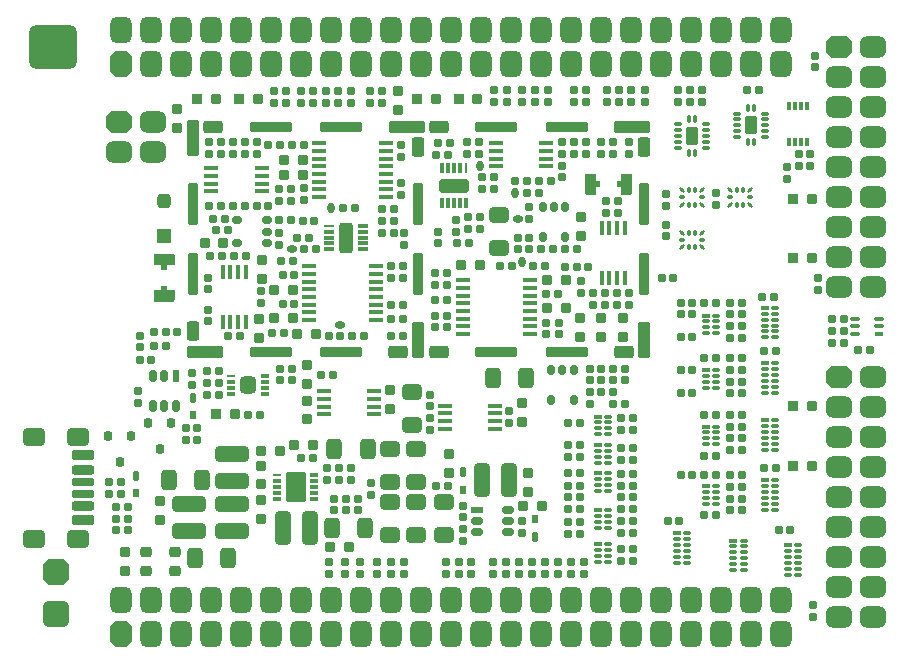
<source format=gbr>
%TF.GenerationSoftware,Altium Limited,Altium Designer,22.10.1 (41)*%
G04 Layer_Color=8388736*
%FSLAX45Y45*%
%MOMM*%
%TF.SameCoordinates,A8474BD1-FA4A-4BD0-88DA-22D9B4FA892B*%
%TF.FilePolarity,Negative*%
%TF.FileFunction,Soldermask,Top*%
%TF.Part,Single*%
G01*
G75*
%TA.AperFunction,ComponentPad*%
G04:AMPARAMS|DCode=132|XSize=1.78mm|YSize=2.18mm|CornerRadius=0mm|HoleSize=0mm|Usage=FLASHONLY|Rotation=270.000|XOffset=0mm|YOffset=0mm|HoleType=Round|Shape=Octagon|*
%AMOCTAGOND132*
4,1,8,1.09000,0.44500,1.09000,-0.44500,0.64500,-0.89000,-0.64500,-0.89000,-1.09000,-0.44500,-1.09000,0.44500,-0.64500,0.89000,0.64500,0.89000,1.09000,0.44500,0.0*
%
%ADD132OCTAGOND132*%

G04:AMPARAMS|DCode=133|XSize=1.78mm|YSize=2.18mm|CornerRadius=0.465mm|HoleSize=0mm|Usage=FLASHONLY|Rotation=270.000|XOffset=0mm|YOffset=0mm|HoleType=Round|Shape=RoundedRectangle|*
%AMROUNDEDRECTD133*
21,1,1.78000,1.25001,0,0,270.0*
21,1,0.85000,2.18000,0,0,270.0*
1,1,0.93000,-0.62500,-0.42500*
1,1,0.93000,-0.62500,0.42500*
1,1,0.93000,0.62500,0.42500*
1,1,0.93000,0.62500,-0.42500*
%
%ADD133ROUNDEDRECTD133*%
G04:AMPARAMS|DCode=134|XSize=1.78mm|YSize=2.18mm|CornerRadius=0mm|HoleSize=0mm|Usage=FLASHONLY|Rotation=0.000|XOffset=0mm|YOffset=0mm|HoleType=Round|Shape=Octagon|*
%AMOCTAGOND134*
4,1,8,-0.44500,1.09000,0.44500,1.09000,0.89000,0.64500,0.89000,-0.64500,0.44500,-1.09000,-0.44500,-1.09000,-0.89000,-0.64500,-0.89000,0.64500,-0.44500,1.09000,0.0*
%
%ADD134OCTAGOND134*%

G04:AMPARAMS|DCode=135|XSize=1.78mm|YSize=2.18mm|CornerRadius=0.465mm|HoleSize=0mm|Usage=FLASHONLY|Rotation=0.000|XOffset=0mm|YOffset=0mm|HoleType=Round|Shape=RoundedRectangle|*
%AMROUNDEDRECTD135*
21,1,1.78000,1.25001,0,0,0.0*
21,1,0.85000,2.18000,0,0,0.0*
1,1,0.93000,0.42500,-0.62500*
1,1,0.93000,-0.42500,-0.62500*
1,1,0.93000,-0.42500,0.62500*
1,1,0.93000,0.42500,0.62500*
%
%ADD135ROUNDEDRECTD135*%
G04:AMPARAMS|DCode=136|XSize=1.88mm|YSize=1.53mm|CornerRadius=0.4025mm|HoleSize=0mm|Usage=FLASHONLY|Rotation=180.000|XOffset=0mm|YOffset=0mm|HoleType=Round|Shape=RoundedRectangle|*
%AMROUNDEDRECTD136*
21,1,1.88000,0.72500,0,0,180.0*
21,1,1.07500,1.53000,0,0,180.0*
1,1,0.80500,-0.53750,0.36250*
1,1,0.80500,0.53750,0.36250*
1,1,0.80500,0.53750,-0.36250*
1,1,0.80500,-0.53750,-0.36250*
%
%ADD136ROUNDEDRECTD136*%
G04:AMPARAMS|DCode=137|XSize=4.08mm|YSize=3.68mm|CornerRadius=0.58mm|HoleSize=0mm|Usage=FLASHONLY|Rotation=0.000|XOffset=0mm|YOffset=0mm|HoleType=Round|Shape=RoundedRectangle|*
%AMROUNDEDRECTD137*
21,1,4.08000,2.52000,0,0,0.0*
21,1,2.92000,3.68000,0,0,0.0*
1,1,1.16000,1.46000,-1.26000*
1,1,1.16000,-1.46000,-1.26000*
1,1,1.16000,-1.46000,1.26000*
1,1,1.16000,1.46000,1.26000*
%
%ADD137ROUNDEDRECTD137*%
G04:AMPARAMS|DCode=138|XSize=2.28mm|YSize=2.28mm|CornerRadius=0mm|HoleSize=0mm|Usage=FLASHONLY|Rotation=270.000|XOffset=0mm|YOffset=0mm|HoleType=Round|Shape=Octagon|*
%AMOCTAGOND138*
4,1,8,-0.57000,-1.14000,0.57000,-1.14000,1.14000,-0.57000,1.14000,0.57000,0.57000,1.14000,-0.57000,1.14000,-1.14000,0.57000,-1.14000,-0.57000,-0.57000,-1.14000,0.0*
%
%ADD138OCTAGOND138*%

G04:AMPARAMS|DCode=139|XSize=2.28mm|YSize=2.28mm|CornerRadius=0.59mm|HoleSize=0mm|Usage=FLASHONLY|Rotation=270.000|XOffset=0mm|YOffset=0mm|HoleType=Round|Shape=RoundedRectangle|*
%AMROUNDEDRECTD139*
21,1,2.28000,1.10000,0,0,270.0*
21,1,1.10000,2.28000,0,0,270.0*
1,1,1.18000,-0.55000,-0.55000*
1,1,1.18000,-0.55000,0.55000*
1,1,1.18000,0.55000,0.55000*
1,1,1.18000,0.55000,-0.55000*
%
%ADD139ROUNDEDRECTD139*%
%TA.AperFunction,SMDPad,CuDef*%
G04:AMPARAMS|DCode=608|XSize=0.88mm|YSize=0.88mm|CornerRadius=0.24mm|HoleSize=0mm|Usage=FLASHONLY|Rotation=180.000|XOffset=0mm|YOffset=0mm|HoleType=Round|Shape=RoundedRectangle|*
%AMROUNDEDRECTD608*
21,1,0.88000,0.40000,0,0,180.0*
21,1,0.40000,0.88000,0,0,180.0*
1,1,0.48000,-0.20000,0.20000*
1,1,0.48000,0.20000,0.20000*
1,1,0.48000,0.20000,-0.20000*
1,1,0.48000,-0.20000,-0.20000*
%
%ADD608ROUNDEDRECTD608*%
G04:AMPARAMS|DCode=609|XSize=0.68mm|YSize=0.68mm|CornerRadius=0.19mm|HoleSize=0mm|Usage=FLASHONLY|Rotation=90.000|XOffset=0mm|YOffset=0mm|HoleType=Round|Shape=RoundedRectangle|*
%AMROUNDEDRECTD609*
21,1,0.68000,0.30000,0,0,90.0*
21,1,0.30000,0.68000,0,0,90.0*
1,1,0.38000,0.15000,0.15000*
1,1,0.38000,0.15000,-0.15000*
1,1,0.38000,-0.15000,-0.15000*
1,1,0.38000,-0.15000,0.15000*
%
%ADD609ROUNDEDRECTD609*%
%ADD610R,0.66000X0.30000*%
G04:AMPARAMS|DCode=611|XSize=0.3mm|YSize=0.66mm|CornerRadius=0.095mm|HoleSize=0mm|Usage=FLASHONLY|Rotation=90.000|XOffset=0mm|YOffset=0mm|HoleType=Round|Shape=RoundedRectangle|*
%AMROUNDEDRECTD611*
21,1,0.30000,0.47000,0,0,90.0*
21,1,0.11000,0.66000,0,0,90.0*
1,1,0.19000,0.23500,0.05500*
1,1,0.19000,0.23500,-0.05500*
1,1,0.19000,-0.23500,-0.05500*
1,1,0.19000,-0.23500,0.05500*
%
%ADD611ROUNDEDRECTD611*%
G04:AMPARAMS|DCode=612|XSize=0.6mm|YSize=0.28mm|CornerRadius=0mm|HoleSize=0mm|Usage=FLASHONLY|Rotation=135.000|XOffset=0mm|YOffset=0mm|HoleType=Round|Shape=Round|*
%AMOVALD612*
21,1,0.32000,0.28000,0.00000,0.00000,135.0*
1,1,0.28000,0.11314,-0.11314*
1,1,0.28000,-0.11314,0.11314*
%
%ADD612OVALD612*%

%ADD613O,0.28000X0.51000*%
G04:AMPARAMS|DCode=614|XSize=0.6mm|YSize=0.28mm|CornerRadius=0mm|HoleSize=0mm|Usage=FLASHONLY|Rotation=45.000|XOffset=0mm|YOffset=0mm|HoleType=Round|Shape=Round|*
%AMOVALD614*
21,1,0.32000,0.28000,0.00000,0.00000,45.0*
1,1,0.28000,-0.11314,-0.11314*
1,1,0.28000,0.11314,0.11314*
%
%ADD614OVALD614*%

%ADD615O,0.51000X0.28000*%
G04:AMPARAMS|DCode=616|XSize=0.63mm|YSize=0.88mm|CornerRadius=0.1775mm|HoleSize=0mm|Usage=FLASHONLY|Rotation=0.000|XOffset=0mm|YOffset=0mm|HoleType=Round|Shape=RoundedRectangle|*
%AMROUNDEDRECTD616*
21,1,0.63000,0.52500,0,0,0.0*
21,1,0.27500,0.88000,0,0,0.0*
1,1,0.35500,0.13750,-0.26250*
1,1,0.35500,-0.13750,-0.26250*
1,1,0.35500,-0.13750,0.26250*
1,1,0.35500,0.13750,0.26250*
%
%ADD616ROUNDEDRECTD616*%
G04:AMPARAMS|DCode=617|XSize=0.29mm|YSize=0.73mm|CornerRadius=0.0875mm|HoleSize=0mm|Usage=FLASHONLY|Rotation=90.000|XOffset=0mm|YOffset=0mm|HoleType=Round|Shape=RoundedRectangle|*
%AMROUNDEDRECTD617*
21,1,0.29000,0.55500,0,0,90.0*
21,1,0.11500,0.73000,0,0,90.0*
1,1,0.17500,0.27750,0.05750*
1,1,0.17500,0.27750,-0.05750*
1,1,0.17500,-0.27750,-0.05750*
1,1,0.17500,-0.27750,0.05750*
%
%ADD617ROUNDEDRECTD617*%
G04:AMPARAMS|DCode=618|XSize=0.29mm|YSize=0.73mm|CornerRadius=0.0875mm|HoleSize=0mm|Usage=FLASHONLY|Rotation=0.000|XOffset=0mm|YOffset=0mm|HoleType=Round|Shape=RoundedRectangle|*
%AMROUNDEDRECTD618*
21,1,0.29000,0.55500,0,0,0.0*
21,1,0.11500,0.73000,0,0,0.0*
1,1,0.17500,0.05750,-0.27750*
1,1,0.17500,-0.05750,-0.27750*
1,1,0.17500,-0.05750,0.27750*
1,1,0.17500,0.05750,0.27750*
%
%ADD618ROUNDEDRECTD618*%
G04:AMPARAMS|DCode=619|XSize=1.06mm|YSize=1.56mm|CornerRadius=0.28mm|HoleSize=0mm|Usage=FLASHONLY|Rotation=0.000|XOffset=0mm|YOffset=0mm|HoleType=Round|Shape=RoundedRectangle|*
%AMROUNDEDRECTD619*
21,1,1.06000,1.00000,0,0,0.0*
21,1,0.50000,1.56000,0,0,0.0*
1,1,0.56000,0.25000,-0.50000*
1,1,0.56000,-0.25000,-0.50000*
1,1,0.56000,-0.25000,0.50000*
1,1,0.56000,0.25000,0.50000*
%
%ADD619ROUNDEDRECTD619*%
G04:AMPARAMS|DCode=620|XSize=0.29mm|YSize=0.76mm|CornerRadius=0.0875mm|HoleSize=0mm|Usage=FLASHONLY|Rotation=90.000|XOffset=0mm|YOffset=0mm|HoleType=Round|Shape=RoundedRectangle|*
%AMROUNDEDRECTD620*
21,1,0.29000,0.58500,0,0,90.0*
21,1,0.11500,0.76000,0,0,90.0*
1,1,0.17500,0.29250,0.05750*
1,1,0.17500,0.29250,-0.05750*
1,1,0.17500,-0.29250,-0.05750*
1,1,0.17500,-0.29250,0.05750*
%
%ADD620ROUNDEDRECTD620*%
G04:AMPARAMS|DCode=621|XSize=2.56mm|YSize=1.71mm|CornerRadius=0.195mm|HoleSize=0mm|Usage=FLASHONLY|Rotation=90.000|XOffset=0mm|YOffset=0mm|HoleType=Round|Shape=RoundedRectangle|*
%AMROUNDEDRECTD621*
21,1,2.56000,1.32000,0,0,90.0*
21,1,2.17000,1.71000,0,0,90.0*
1,1,0.39000,0.66000,1.08500*
1,1,0.39000,0.66000,-1.08500*
1,1,0.39000,-0.66000,-1.08500*
1,1,0.39000,-0.66000,1.08500*
%
%ADD621ROUNDEDRECTD621*%
%ADD622R,0.76000X0.29000*%
G04:AMPARAMS|DCode=623|XSize=0.41mm|YSize=1.21mm|CornerRadius=0.1175mm|HoleSize=0mm|Usage=FLASHONLY|Rotation=90.000|XOffset=0mm|YOffset=0mm|HoleType=Round|Shape=RoundedRectangle|*
%AMROUNDEDRECTD623*
21,1,0.41000,0.97500,0,0,90.0*
21,1,0.17500,1.21000,0,0,90.0*
1,1,0.23500,0.48750,0.08750*
1,1,0.23500,0.48750,-0.08750*
1,1,0.23500,-0.48750,-0.08750*
1,1,0.23500,-0.48750,0.08750*
%
%ADD623ROUNDEDRECTD623*%
%ADD624R,1.21000X0.41000*%
%ADD625R,0.98000X0.63000*%
G04:AMPARAMS|DCode=626|XSize=0.63mm|YSize=0.98mm|CornerRadius=0.1775mm|HoleSize=0mm|Usage=FLASHONLY|Rotation=90.000|XOffset=0mm|YOffset=0mm|HoleType=Round|Shape=RoundedRectangle|*
%AMROUNDEDRECTD626*
21,1,0.63000,0.62500,0,0,90.0*
21,1,0.27500,0.98000,0,0,90.0*
1,1,0.35500,0.31250,0.13750*
1,1,0.35500,0.31250,-0.13750*
1,1,0.35500,-0.31250,-0.13750*
1,1,0.35500,-0.31250,0.13750*
%
%ADD626ROUNDEDRECTD626*%
%ADD627R,0.63000X0.98000*%
G04:AMPARAMS|DCode=628|XSize=0.63mm|YSize=0.98mm|CornerRadius=0.1775mm|HoleSize=0mm|Usage=FLASHONLY|Rotation=0.000|XOffset=0mm|YOffset=0mm|HoleType=Round|Shape=RoundedRectangle|*
%AMROUNDEDRECTD628*
21,1,0.63000,0.62500,0,0,0.0*
21,1,0.27500,0.98000,0,0,0.0*
1,1,0.35500,0.13750,-0.31250*
1,1,0.35500,-0.13750,-0.31250*
1,1,0.35500,-0.13750,0.31250*
1,1,0.35500,0.13750,0.31250*
%
%ADD628ROUNDEDRECTD628*%
G04:AMPARAMS|DCode=629|XSize=1.46mm|YSize=1.36mm|CornerRadius=0.355mm|HoleSize=0mm|Usage=FLASHONLY|Rotation=90.000|XOffset=0mm|YOffset=0mm|HoleType=Round|Shape=RoundedRectangle|*
%AMROUNDEDRECTD629*
21,1,1.46000,0.65000,0,0,90.0*
21,1,0.75000,1.36000,0,0,90.0*
1,1,0.71000,0.32500,0.37500*
1,1,0.71000,0.32500,-0.37500*
1,1,0.71000,-0.32500,-0.37500*
1,1,0.71000,-0.32500,0.37500*
%
%ADD629ROUNDEDRECTD629*%
G04:AMPARAMS|DCode=630|XSize=0.41mm|YSize=0.78mm|CornerRadius=0.1225mm|HoleSize=0mm|Usage=FLASHONLY|Rotation=270.000|XOffset=0mm|YOffset=0mm|HoleType=Round|Shape=RoundedRectangle|*
%AMROUNDEDRECTD630*
21,1,0.41000,0.53500,0,0,270.0*
21,1,0.16500,0.78000,0,0,270.0*
1,1,0.24500,-0.26750,-0.08250*
1,1,0.24500,-0.26750,0.08250*
1,1,0.24500,0.26750,0.08250*
1,1,0.24500,0.26750,-0.08250*
%
%ADD630ROUNDEDRECTD630*%
%ADD631R,0.78000X0.41000*%
%ADD632R,0.30000X0.75000*%
G04:AMPARAMS|DCode=633|XSize=0.3mm|YSize=0.75mm|CornerRadius=0.0875mm|HoleSize=0mm|Usage=FLASHONLY|Rotation=0.000|XOffset=0mm|YOffset=0mm|HoleType=Round|Shape=RoundedRectangle|*
%AMROUNDEDRECTD633*
21,1,0.30000,0.57500,0,0,0.0*
21,1,0.12500,0.75000,0,0,0.0*
1,1,0.17500,0.06250,-0.28750*
1,1,0.17500,-0.06250,-0.28750*
1,1,0.17500,-0.06250,0.28750*
1,1,0.17500,0.06250,0.28750*
%
%ADD633ROUNDEDRECTD633*%
G04:AMPARAMS|DCode=634|XSize=0.63mm|YSize=0.88mm|CornerRadius=0.1775mm|HoleSize=0mm|Usage=FLASHONLY|Rotation=270.000|XOffset=0mm|YOffset=0mm|HoleType=Round|Shape=RoundedRectangle|*
%AMROUNDEDRECTD634*
21,1,0.63000,0.52500,0,0,270.0*
21,1,0.27500,0.88000,0,0,270.0*
1,1,0.35500,-0.26250,-0.13750*
1,1,0.35500,-0.26250,0.13750*
1,1,0.35500,0.26250,0.13750*
1,1,0.35500,0.26250,-0.13750*
%
%ADD634ROUNDEDRECTD634*%
G04:AMPARAMS|DCode=635|XSize=0.41mm|YSize=1.26mm|CornerRadius=0.1175mm|HoleSize=0mm|Usage=FLASHONLY|Rotation=90.000|XOffset=0mm|YOffset=0mm|HoleType=Round|Shape=RoundedRectangle|*
%AMROUNDEDRECTD635*
21,1,0.41000,1.02500,0,0,90.0*
21,1,0.17500,1.26000,0,0,90.0*
1,1,0.23500,0.51250,0.08750*
1,1,0.23500,0.51250,-0.08750*
1,1,0.23500,-0.51250,-0.08750*
1,1,0.23500,-0.51250,0.08750*
%
%ADD635ROUNDEDRECTD635*%
%ADD636R,1.26000X0.41000*%
%ADD637R,0.91000X0.29000*%
G04:AMPARAMS|DCode=638|XSize=0.29mm|YSize=0.91mm|CornerRadius=0.0875mm|HoleSize=0mm|Usage=FLASHONLY|Rotation=90.000|XOffset=0mm|YOffset=0mm|HoleType=Round|Shape=RoundedRectangle|*
%AMROUNDEDRECTD638*
21,1,0.29000,0.73500,0,0,90.0*
21,1,0.11500,0.91000,0,0,90.0*
1,1,0.17500,0.36750,0.05750*
1,1,0.17500,0.36750,-0.05750*
1,1,0.17500,-0.36750,-0.05750*
1,1,0.17500,-0.36750,0.05750*
%
%ADD638ROUNDEDRECTD638*%
G04:AMPARAMS|DCode=639|XSize=2.61mm|YSize=1.16mm|CornerRadius=0.305mm|HoleSize=0mm|Usage=FLASHONLY|Rotation=90.000|XOffset=0mm|YOffset=0mm|HoleType=Round|Shape=RoundedRectangle|*
%AMROUNDEDRECTD639*
21,1,2.61000,0.55000,0,0,90.0*
21,1,2.00000,1.16000,0,0,90.0*
1,1,0.61000,0.27500,1.00000*
1,1,0.61000,0.27500,-1.00000*
1,1,0.61000,-0.27500,-1.00000*
1,1,0.61000,-0.27500,1.00000*
%
%ADD639ROUNDEDRECTD639*%
G04:AMPARAMS|DCode=640|XSize=0.41mm|YSize=1.21mm|CornerRadius=0.1175mm|HoleSize=0mm|Usage=FLASHONLY|Rotation=180.000|XOffset=0mm|YOffset=0mm|HoleType=Round|Shape=RoundedRectangle|*
%AMROUNDEDRECTD640*
21,1,0.41000,0.97500,0,0,180.0*
21,1,0.17500,1.21000,0,0,180.0*
1,1,0.23500,-0.08750,0.48750*
1,1,0.23500,0.08750,0.48750*
1,1,0.23500,0.08750,-0.48750*
1,1,0.23500,-0.08750,-0.48750*
%
%ADD640ROUNDEDRECTD640*%
%ADD641R,0.41000X1.21000*%
%ADD642R,0.29000X0.91000*%
G04:AMPARAMS|DCode=643|XSize=0.29mm|YSize=0.91mm|CornerRadius=0.0875mm|HoleSize=0mm|Usage=FLASHONLY|Rotation=0.000|XOffset=0mm|YOffset=0mm|HoleType=Round|Shape=RoundedRectangle|*
%AMROUNDEDRECTD643*
21,1,0.29000,0.73500,0,0,0.0*
21,1,0.11500,0.91000,0,0,0.0*
1,1,0.17500,0.05750,-0.36750*
1,1,0.17500,-0.05750,-0.36750*
1,1,0.17500,-0.05750,0.36750*
1,1,0.17500,0.05750,0.36750*
%
%ADD643ROUNDEDRECTD643*%
G04:AMPARAMS|DCode=644|XSize=2.61mm|YSize=1.16mm|CornerRadius=0.305mm|HoleSize=0mm|Usage=FLASHONLY|Rotation=0.000|XOffset=0mm|YOffset=0mm|HoleType=Round|Shape=RoundedRectangle|*
%AMROUNDEDRECTD644*
21,1,2.61000,0.55000,0,0,0.0*
21,1,2.00000,1.16000,0,0,0.0*
1,1,0.61000,1.00000,-0.27500*
1,1,0.61000,-1.00000,-0.27500*
1,1,0.61000,-1.00000,0.27500*
1,1,0.61000,1.00000,0.27500*
%
%ADD644ROUNDEDRECTD644*%
%ADD645O,0.88000X0.68000*%
%ADD646O,0.68000X0.88000*%
G04:AMPARAMS|DCode=647|XSize=0.68mm|YSize=0.78mm|CornerRadius=0.19mm|HoleSize=0mm|Usage=FLASHONLY|Rotation=0.000|XOffset=0mm|YOffset=0mm|HoleType=Round|Shape=RoundedRectangle|*
%AMROUNDEDRECTD647*
21,1,0.68000,0.40000,0,0,0.0*
21,1,0.30000,0.78000,0,0,0.0*
1,1,0.38000,0.15000,-0.20000*
1,1,0.38000,-0.15000,-0.20000*
1,1,0.38000,-0.15000,0.20000*
1,1,0.38000,0.15000,0.20000*
%
%ADD647ROUNDEDRECTD647*%
G04:AMPARAMS|DCode=648|XSize=0.68mm|YSize=0.68mm|CornerRadius=0.19mm|HoleSize=0mm|Usage=FLASHONLY|Rotation=0.000|XOffset=0mm|YOffset=0mm|HoleType=Round|Shape=RoundedRectangle|*
%AMROUNDEDRECTD648*
21,1,0.68000,0.30000,0,0,0.0*
21,1,0.30000,0.68000,0,0,0.0*
1,1,0.38000,0.15000,-0.15000*
1,1,0.38000,-0.15000,-0.15000*
1,1,0.38000,-0.15000,0.15000*
1,1,0.38000,0.15000,0.15000*
%
%ADD648ROUNDEDRECTD648*%
%ADD649R,0.54000X1.00000*%
%ADD650O,1.78000X0.38000*%
%ADD651R,1.00000X0.54000*%
%ADD652O,0.38000X1.78000*%
G04:AMPARAMS|DCode=653|XSize=1.88mm|YSize=0.71mm|CornerRadius=0.1975mm|HoleSize=0mm|Usage=FLASHONLY|Rotation=180.000|XOffset=0mm|YOffset=0mm|HoleType=Round|Shape=RoundedRectangle|*
%AMROUNDEDRECTD653*
21,1,1.88000,0.31500,0,0,180.0*
21,1,1.48500,0.71000,0,0,180.0*
1,1,0.39500,-0.74250,0.15750*
1,1,0.39500,0.74250,0.15750*
1,1,0.39500,0.74250,-0.15750*
1,1,0.39500,-0.74250,-0.15750*
%
%ADD653ROUNDEDRECTD653*%
G04:AMPARAMS|DCode=654|XSize=1.88mm|YSize=0.8mm|CornerRadius=0.22mm|HoleSize=0mm|Usage=FLASHONLY|Rotation=180.000|XOffset=0mm|YOffset=0mm|HoleType=Round|Shape=RoundedRectangle|*
%AMROUNDEDRECTD654*
21,1,1.88000,0.36000,0,0,180.0*
21,1,1.44000,0.80000,0,0,180.0*
1,1,0.44000,-0.72000,0.18000*
1,1,0.44000,0.72000,0.18000*
1,1,0.44000,0.72000,-0.18000*
1,1,0.44000,-0.72000,-0.18000*
%
%ADD654ROUNDEDRECTD654*%
G04:AMPARAMS|DCode=655|XSize=1.88mm|YSize=0.88mm|CornerRadius=0.24mm|HoleSize=0mm|Usage=FLASHONLY|Rotation=180.000|XOffset=0mm|YOffset=0mm|HoleType=Round|Shape=RoundedRectangle|*
%AMROUNDEDRECTD655*
21,1,1.88000,0.40000,0,0,180.0*
21,1,1.40000,0.88000,0,0,180.0*
1,1,0.48000,-0.70000,0.20000*
1,1,0.48000,0.70000,0.20000*
1,1,0.48000,0.70000,-0.20000*
1,1,0.48000,-0.70000,-0.20000*
%
%ADD655ROUNDEDRECTD655*%
G04:AMPARAMS|DCode=656|XSize=3.08mm|YSize=1.08mm|CornerRadius=0.29mm|HoleSize=0mm|Usage=FLASHONLY|Rotation=90.000|XOffset=0mm|YOffset=0mm|HoleType=Round|Shape=RoundedRectangle|*
%AMROUNDEDRECTD656*
21,1,3.08000,0.50000,0,0,90.0*
21,1,2.50000,1.08000,0,0,90.0*
1,1,0.58000,0.25000,1.25000*
1,1,0.58000,0.25000,-1.25000*
1,1,0.58000,-0.25000,-1.25000*
1,1,0.58000,-0.25000,1.25000*
%
%ADD656ROUNDEDRECTD656*%
%TA.AperFunction,SMDPad,SMDef*%
G04:AMPARAMS|DCode=657|XSize=3.6mm|YSize=0.8mm|CornerRadius=0.15mm|HoleSize=0mm|Usage=FLASHONLY|Rotation=90.000|XOffset=0mm|YOffset=0mm|HoleType=Round|Shape=RoundedRectangle|*
%AMROUNDEDRECTD657*
21,1,3.60000,0.50000,0,0,90.0*
21,1,3.30000,0.80000,0,0,90.0*
1,1,0.30000,0.25000,1.65000*
1,1,0.30000,0.25000,-1.65000*
1,1,0.30000,-0.25000,-1.65000*
1,1,0.30000,-0.25000,1.65000*
%
%ADD657ROUNDEDRECTD657*%
%TA.AperFunction,SMDPad,CuDef*%
G04:AMPARAMS|DCode=658|XSize=1.68mm|YSize=1.08mm|CornerRadius=0.29mm|HoleSize=0mm|Usage=FLASHONLY|Rotation=180.000|XOffset=0mm|YOffset=0mm|HoleType=Round|Shape=RoundedRectangle|*
%AMROUNDEDRECTD658*
21,1,1.68000,0.50000,0,0,180.0*
21,1,1.10000,1.08000,0,0,180.0*
1,1,0.58000,-0.55000,0.25000*
1,1,0.58000,0.55000,0.25000*
1,1,0.58000,0.55000,-0.25000*
1,1,0.58000,-0.55000,-0.25000*
%
%ADD658ROUNDEDRECTD658*%
G04:AMPARAMS|DCode=659|XSize=3.08mm|YSize=1.08mm|CornerRadius=0.29mm|HoleSize=0mm|Usage=FLASHONLY|Rotation=0.000|XOffset=0mm|YOffset=0mm|HoleType=Round|Shape=RoundedRectangle|*
%AMROUNDEDRECTD659*
21,1,3.08000,0.50000,0,0,0.0*
21,1,2.50000,1.08000,0,0,0.0*
1,1,0.58000,1.25000,-0.25000*
1,1,0.58000,-1.25000,-0.25000*
1,1,0.58000,-1.25000,0.25000*
1,1,0.58000,1.25000,0.25000*
%
%ADD659ROUNDEDRECTD659*%
%TA.AperFunction,SMDPad,SMDef*%
G04:AMPARAMS|DCode=660|XSize=3.596mm|YSize=0.796mm|CornerRadius=0.148mm|HoleSize=0mm|Usage=FLASHONLY|Rotation=0.000|XOffset=0mm|YOffset=0mm|HoleType=Round|Shape=RoundedRectangle|*
%AMROUNDEDRECTD660*
21,1,3.59600,0.50000,0,0,0.0*
21,1,3.30000,0.79600,0,0,0.0*
1,1,0.29600,1.65000,-0.25000*
1,1,0.29600,-1.65000,-0.25000*
1,1,0.29600,-1.65000,0.25000*
1,1,0.29600,1.65000,0.25000*
%
%ADD660ROUNDEDRECTD660*%
G04:AMPARAMS|DCode=661|XSize=3.6mm|YSize=0.8mm|CornerRadius=0.15mm|HoleSize=0mm|Usage=FLASHONLY|Rotation=0.000|XOffset=0mm|YOffset=0mm|HoleType=Round|Shape=RoundedRectangle|*
%AMROUNDEDRECTD661*
21,1,3.60000,0.50000,0,0,0.0*
21,1,3.30000,0.80000,0,0,0.0*
1,1,0.30000,1.65000,-0.25000*
1,1,0.30000,-1.65000,-0.25000*
1,1,0.30000,-1.65000,0.25000*
1,1,0.30000,1.65000,0.25000*
%
%ADD661ROUNDEDRECTD661*%
%TA.AperFunction,SMDPad,CuDef*%
G04:AMPARAMS|DCode=662|XSize=1.68mm|YSize=1.08mm|CornerRadius=0.29mm|HoleSize=0mm|Usage=FLASHONLY|Rotation=90.000|XOffset=0mm|YOffset=0mm|HoleType=Round|Shape=RoundedRectangle|*
%AMROUNDEDRECTD662*
21,1,1.68000,0.50000,0,0,90.0*
21,1,1.10000,1.08000,0,0,90.0*
1,1,0.58000,0.25000,0.55000*
1,1,0.58000,0.25000,-0.55000*
1,1,0.58000,-0.25000,-0.55000*
1,1,0.58000,-0.25000,0.55000*
%
%ADD662ROUNDEDRECTD662*%
G04:AMPARAMS|DCode=663|XSize=2.88mm|YSize=1.38mm|CornerRadius=0.365mm|HoleSize=0mm|Usage=FLASHONLY|Rotation=90.000|XOffset=0mm|YOffset=0mm|HoleType=Round|Shape=RoundedRectangle|*
%AMROUNDEDRECTD663*
21,1,2.88000,0.65000,0,0,90.0*
21,1,2.15000,1.38000,0,0,90.0*
1,1,0.73000,0.32500,1.07500*
1,1,0.73000,0.32500,-1.07500*
1,1,0.73000,-0.32500,-1.07500*
1,1,0.73000,-0.32500,1.07500*
%
%ADD663ROUNDEDRECTD663*%
G04:AMPARAMS|DCode=664|XSize=2.88mm|YSize=1.38mm|CornerRadius=0.365mm|HoleSize=0mm|Usage=FLASHONLY|Rotation=0.000|XOffset=0mm|YOffset=0mm|HoleType=Round|Shape=RoundedRectangle|*
%AMROUNDEDRECTD664*
21,1,2.88000,0.65000,0,0,0.0*
21,1,2.15000,1.38000,0,0,0.0*
1,1,0.73000,1.07500,-0.32500*
1,1,0.73000,-1.07500,-0.32500*
1,1,0.73000,-1.07500,0.32500*
1,1,0.73000,1.07500,0.32500*
%
%ADD664ROUNDEDRECTD664*%
G04:AMPARAMS|DCode=665|XSize=0.98mm|YSize=0.88mm|CornerRadius=0.24mm|HoleSize=0mm|Usage=FLASHONLY|Rotation=0.000|XOffset=0mm|YOffset=0mm|HoleType=Round|Shape=RoundedRectangle|*
%AMROUNDEDRECTD665*
21,1,0.98000,0.40000,0,0,0.0*
21,1,0.50000,0.88000,0,0,0.0*
1,1,0.48000,0.25000,-0.20000*
1,1,0.48000,-0.25000,-0.20000*
1,1,0.48000,-0.25000,0.20000*
1,1,0.48000,0.25000,0.20000*
%
%ADD665ROUNDEDRECTD665*%
G04:AMPARAMS|DCode=666|XSize=0.88mm|YSize=0.88mm|CornerRadius=0.24mm|HoleSize=0mm|Usage=FLASHONLY|Rotation=90.000|XOffset=0mm|YOffset=0mm|HoleType=Round|Shape=RoundedRectangle|*
%AMROUNDEDRECTD666*
21,1,0.88000,0.40000,0,0,90.0*
21,1,0.40000,0.88000,0,0,90.0*
1,1,0.48000,0.20000,0.20000*
1,1,0.48000,0.20000,-0.20000*
1,1,0.48000,-0.20000,-0.20000*
1,1,0.48000,-0.20000,0.20000*
%
%ADD666ROUNDEDRECTD666*%
%ADD667R,0.88000X0.88000*%
G04:AMPARAMS|DCode=668|XSize=0.58mm|YSize=0.78mm|CornerRadius=0.165mm|HoleSize=0mm|Usage=FLASHONLY|Rotation=180.000|XOffset=0mm|YOffset=0mm|HoleType=Round|Shape=RoundedRectangle|*
%AMROUNDEDRECTD668*
21,1,0.58000,0.45000,0,0,180.0*
21,1,0.25000,0.78000,0,0,180.0*
1,1,0.33000,-0.12500,0.22500*
1,1,0.33000,0.12500,0.22500*
1,1,0.33000,0.12500,-0.22500*
1,1,0.33000,-0.12500,-0.22500*
%
%ADD668ROUNDEDRECTD668*%
%ADD669R,0.58000X0.78000*%
G04:AMPARAMS|DCode=670|XSize=1.18mm|YSize=1.18mm|CornerRadius=0.315mm|HoleSize=0mm|Usage=FLASHONLY|Rotation=180.000|XOffset=0mm|YOffset=0mm|HoleType=Round|Shape=RoundedRectangle|*
%AMROUNDEDRECTD670*
21,1,1.18000,0.55000,0,0,180.0*
21,1,0.55000,1.18000,0,0,180.0*
1,1,0.63000,-0.27500,0.27500*
1,1,0.63000,0.27500,0.27500*
1,1,0.63000,0.27500,-0.27500*
1,1,0.63000,-0.27500,-0.27500*
%
%ADD670ROUNDEDRECTD670*%
%ADD671R,1.18000X1.18000*%
G04:AMPARAMS|DCode=672|XSize=1.73mm|YSize=1.33mm|CornerRadius=0.3525mm|HoleSize=0mm|Usage=FLASHONLY|Rotation=0.000|XOffset=0mm|YOffset=0mm|HoleType=Round|Shape=RoundedRectangle|*
%AMROUNDEDRECTD672*
21,1,1.73000,0.62500,0,0,0.0*
21,1,1.02500,1.33000,0,0,0.0*
1,1,0.70500,0.51250,-0.31250*
1,1,0.70500,-0.51250,-0.31250*
1,1,0.70500,-0.51250,0.31250*
1,1,0.70500,0.51250,0.31250*
%
%ADD672ROUNDEDRECTD672*%
G04:AMPARAMS|DCode=673|XSize=1.73mm|YSize=1.33mm|CornerRadius=0.3525mm|HoleSize=0mm|Usage=FLASHONLY|Rotation=270.000|XOffset=0mm|YOffset=0mm|HoleType=Round|Shape=RoundedRectangle|*
%AMROUNDEDRECTD673*
21,1,1.73000,0.62500,0,0,270.0*
21,1,1.02500,1.33000,0,0,270.0*
1,1,0.70500,-0.31250,-0.51250*
1,1,0.70500,-0.31250,0.51250*
1,1,0.70500,0.31250,0.51250*
1,1,0.70500,0.31250,-0.51250*
%
%ADD673ROUNDEDRECTD673*%
G36*
X2485784Y3083942D02*
X2486538Y3083713D01*
X2487233Y3083342D01*
X2487842Y3082842D01*
X2488342Y3082233D01*
X2488713Y3081538D01*
X2488942Y3080784D01*
X2489019Y3080000D01*
Y3005000D01*
X2488942Y3004216D01*
X2488713Y3003462D01*
X2488342Y3002767D01*
X2487842Y3002158D01*
X2487233Y3001658D01*
X2486538Y3001287D01*
X2485784Y3001058D01*
X2485000Y3000981D01*
X2315000D01*
X2314216Y3001058D01*
X2313462Y3001287D01*
X2312767Y3001658D01*
X2312158Y3002158D01*
X2311658Y3002767D01*
X2311287Y3003462D01*
X2311058Y3004216D01*
X2310981Y3005000D01*
Y3080000D01*
X2311058Y3080784D01*
X2311287Y3081538D01*
X2311658Y3082233D01*
X2312158Y3082842D01*
X2312767Y3083342D01*
X2313462Y3083713D01*
X2314216Y3083942D01*
X2315000Y3084019D01*
X2372511D01*
X2373295Y3083942D01*
X2374049Y3083713D01*
X2374744Y3083342D01*
X2375353Y3082842D01*
X2375853Y3082233D01*
X2376224Y3081538D01*
X2376453Y3080784D01*
X2376530Y3080000D01*
Y3024006D01*
X2423527D01*
Y3080000D01*
X2423604Y3080784D01*
X2423833Y3081538D01*
X2424204Y3082233D01*
X2424704Y3082842D01*
X2425313Y3083342D01*
X2426008Y3083713D01*
X2426762Y3083942D01*
X2427546Y3084019D01*
X2485000D01*
X2485784Y3083942D01*
D02*
G37*
G36*
Y3378942D02*
X2486538Y3378713D01*
X2487233Y3378342D01*
X2487842Y3377842D01*
X2488342Y3377233D01*
X2488713Y3376538D01*
X2488942Y3375784D01*
X2489019Y3375000D01*
Y3300000D01*
X2488942Y3299216D01*
X2488713Y3298462D01*
X2488342Y3297767D01*
X2487842Y3297158D01*
X2487233Y3296658D01*
X2486538Y3296287D01*
X2485784Y3296058D01*
X2485000Y3295981D01*
X2427505Y3295981D01*
X2426721Y3296058D01*
X2425967Y3296287D01*
X2425272Y3296659D01*
X2424663Y3297159D01*
X2424163Y3297768D01*
X2423792Y3298462D01*
X2423563Y3299216D01*
X2423486Y3300001D01*
X2423485Y3355986D01*
X2376522Y3355986D01*
X2376522Y3300000D01*
X2376445Y3299216D01*
X2376216Y3298462D01*
X2375845Y3297767D01*
X2375345Y3297158D01*
X2374736Y3296658D01*
X2374041Y3296287D01*
X2373287Y3296058D01*
X2372503Y3295981D01*
X2315000Y3295981D01*
X2314216Y3296058D01*
X2313462Y3296287D01*
X2312767Y3296658D01*
X2312158Y3297158D01*
X2311658Y3297767D01*
X2311287Y3298462D01*
X2311058Y3299216D01*
X2310981Y3300000D01*
Y3375000D01*
X2311058Y3375784D01*
X2311287Y3376538D01*
X2311658Y3377233D01*
X2312158Y3377842D01*
X2312767Y3378342D01*
X2313462Y3378713D01*
X2314216Y3378942D01*
X2315000Y3379019D01*
X2485000D01*
X2485784Y3378942D01*
D02*
G37*
G36*
X6050784Y4068942D02*
X6051538Y4068713D01*
X6052233Y4068342D01*
X6052842Y4067842D01*
X6053342Y4067233D01*
X6053713Y4066538D01*
X6053942Y4065784D01*
X6054019Y4065000D01*
X6054019Y4007505D01*
X6053942Y4006721D01*
X6053713Y4005967D01*
X6053341Y4005272D01*
X6052842Y4004663D01*
X6052232Y4004163D01*
X6051538Y4003792D01*
X6050784Y4003563D01*
X6050000Y4003486D01*
X5994014Y4003485D01*
X5994014Y3956522D01*
X6050000Y3956522D01*
X6050784Y3956445D01*
X6051538Y3956216D01*
X6052233Y3955845D01*
X6052842Y3955345D01*
X6053342Y3954736D01*
X6053713Y3954041D01*
X6053942Y3953287D01*
X6054019Y3952503D01*
X6054019Y3895000D01*
X6053942Y3894216D01*
X6053713Y3893462D01*
X6053342Y3892767D01*
X6052842Y3892158D01*
X6052233Y3891658D01*
X6051538Y3891287D01*
X6050784Y3891058D01*
X6050000Y3890981D01*
X5975000D01*
X5974216Y3891058D01*
X5973462Y3891287D01*
X5972767Y3891658D01*
X5972158Y3892158D01*
X5971658Y3892767D01*
X5971287Y3893462D01*
X5971058Y3894216D01*
X5970981Y3895000D01*
Y4065000D01*
X5971058Y4065784D01*
X5971287Y4066538D01*
X5971658Y4067233D01*
X5972158Y4067842D01*
X5972767Y4068342D01*
X5973462Y4068713D01*
X5974216Y4068942D01*
X5975000Y4069019D01*
X6050000D01*
X6050784Y4068942D01*
D02*
G37*
G36*
X6345784D02*
X6346538Y4068713D01*
X6347233Y4068342D01*
X6347842Y4067842D01*
X6348342Y4067233D01*
X6348713Y4066538D01*
X6348942Y4065784D01*
X6349019Y4065000D01*
Y3895000D01*
X6348942Y3894216D01*
X6348713Y3893462D01*
X6348342Y3892767D01*
X6347842Y3892158D01*
X6347233Y3891658D01*
X6346538Y3891287D01*
X6345784Y3891058D01*
X6345000Y3890981D01*
X6270000D01*
X6269216Y3891058D01*
X6268462Y3891287D01*
X6267767Y3891658D01*
X6267158Y3892158D01*
X6266658Y3892767D01*
X6266287Y3893462D01*
X6266058Y3894216D01*
X6265981Y3895000D01*
Y3952511D01*
X6266058Y3953295D01*
X6266287Y3954049D01*
X6266658Y3954744D01*
X6267158Y3955353D01*
X6267767Y3955853D01*
X6268462Y3956224D01*
X6269216Y3956453D01*
X6270000Y3956530D01*
X6325994D01*
Y4003526D01*
X6270000D01*
X6269216Y4003604D01*
X6268462Y4003832D01*
X6267767Y4004204D01*
X6267158Y4004704D01*
X6266658Y4005313D01*
X6266287Y4006007D01*
X6266058Y4006762D01*
X6265981Y4007546D01*
Y4065000D01*
X6266058Y4065784D01*
X6266287Y4066538D01*
X6266658Y4067233D01*
X6267158Y4067842D01*
X6267767Y4068342D01*
X6268462Y4068713D01*
X6269216Y4068942D01*
X6270000Y4069019D01*
X6345000D01*
X6345784Y4068942D01*
D02*
G37*
D132*
X8108000Y2349500D02*
D03*
Y5143500D02*
D03*
X2012000Y4512400D02*
D03*
D133*
X8108000Y2095500D02*
D03*
Y1841500D02*
D03*
Y1587500D02*
D03*
Y1333500D02*
D03*
Y1079500D02*
D03*
Y825500D02*
D03*
X8402000Y2349500D02*
D03*
Y2095500D02*
D03*
Y1841500D02*
D03*
Y1587500D02*
D03*
Y1333500D02*
D03*
Y1079500D02*
D03*
Y825500D02*
D03*
X8108000Y571500D02*
D03*
Y317500D02*
D03*
X8402000Y571500D02*
D03*
Y317500D02*
D03*
X8108000Y4889500D02*
D03*
Y4635500D02*
D03*
Y4381500D02*
D03*
Y4127500D02*
D03*
Y3873500D02*
D03*
Y3619500D02*
D03*
X8402000Y5143500D02*
D03*
Y4889500D02*
D03*
Y4635500D02*
D03*
Y4381500D02*
D03*
Y4127500D02*
D03*
Y3873500D02*
D03*
Y3619500D02*
D03*
X8108000Y3365500D02*
D03*
Y3111500D02*
D03*
X8402000Y3365500D02*
D03*
Y3111500D02*
D03*
X2306000Y4512400D02*
D03*
Y4258400D02*
D03*
X2012000D02*
D03*
D134*
X2032000Y170500D02*
D03*
Y4996500D02*
D03*
D135*
X2286000Y170500D02*
D03*
X2540000D02*
D03*
X2794000D02*
D03*
X3048000D02*
D03*
X3302000D02*
D03*
X3556000D02*
D03*
X3810000D02*
D03*
X4064000D02*
D03*
X4318000D02*
D03*
X4572000D02*
D03*
X4826000D02*
D03*
X5080000D02*
D03*
X5334000D02*
D03*
X5588000D02*
D03*
X5842000D02*
D03*
X6096000D02*
D03*
X6350000D02*
D03*
X6604000D02*
D03*
X6858000D02*
D03*
X7112000D02*
D03*
X7366000D02*
D03*
X7620000D02*
D03*
X2032000Y464500D02*
D03*
X2286000D02*
D03*
X2540000D02*
D03*
X2794000D02*
D03*
X3048000D02*
D03*
X3302000D02*
D03*
X3556000D02*
D03*
X3810000D02*
D03*
X4064000D02*
D03*
X4318000D02*
D03*
X4572000D02*
D03*
X4826000D02*
D03*
X5080000D02*
D03*
X5334000D02*
D03*
X5588000D02*
D03*
X5842000D02*
D03*
X6096000D02*
D03*
X6350000D02*
D03*
X6604000D02*
D03*
X6858000D02*
D03*
X7112000D02*
D03*
X7366000D02*
D03*
X7620000D02*
D03*
X2286000Y4996500D02*
D03*
X2540000D02*
D03*
X2794000D02*
D03*
X3048000D02*
D03*
X3302000D02*
D03*
X3556000D02*
D03*
X3810000D02*
D03*
X4064000D02*
D03*
X4318000D02*
D03*
X4572000D02*
D03*
X4826000D02*
D03*
X5080000D02*
D03*
X5334000D02*
D03*
X5588000D02*
D03*
X5842000D02*
D03*
X6096000D02*
D03*
X6350000D02*
D03*
X6604000D02*
D03*
X6858000D02*
D03*
X7112000D02*
D03*
X7366000D02*
D03*
X7620000D02*
D03*
X2032000Y5290500D02*
D03*
X2286000D02*
D03*
X2540000D02*
D03*
X2794000D02*
D03*
X3048000D02*
D03*
X3302000D02*
D03*
X3556000D02*
D03*
X3810000D02*
D03*
X4064000D02*
D03*
X4318000D02*
D03*
X4572000D02*
D03*
X4826000D02*
D03*
X5080000D02*
D03*
X5334000D02*
D03*
X5588000D02*
D03*
X5842000D02*
D03*
X6096000D02*
D03*
X6350000D02*
D03*
X6604000D02*
D03*
X6858000D02*
D03*
X7112000D02*
D03*
X7366000D02*
D03*
X7620000D02*
D03*
D136*
X1672000Y978000D02*
D03*
X1292000D02*
D03*
X1672000Y1842000D02*
D03*
X1292000D02*
D03*
D137*
X1460500Y5143500D02*
D03*
D138*
X1480000Y695000D02*
D03*
D139*
Y345000D02*
D03*
D608*
X5920000Y2850000D02*
D03*
Y2690000D02*
D03*
X3220000Y1150000D02*
D03*
Y1310000D02*
D03*
X3230000Y3340000D02*
D03*
Y3180000D02*
D03*
X5930000Y3700000D02*
D03*
Y3540000D02*
D03*
X3220000Y1600000D02*
D03*
Y1440000D02*
D03*
X4310000Y2240000D02*
D03*
Y2080000D02*
D03*
X4380000Y4610000D02*
D03*
Y4770000D02*
D03*
X3610000Y2150000D02*
D03*
Y1990000D02*
D03*
X5480000Y1540000D02*
D03*
Y1380000D02*
D03*
X4810000Y1700000D02*
D03*
Y1540000D02*
D03*
X5430000Y2130000D02*
D03*
Y1970000D02*
D03*
X2070000Y710000D02*
D03*
Y870000D02*
D03*
X2360000Y1140000D02*
D03*
Y1300000D02*
D03*
X3200000Y2680000D02*
D03*
Y2840000D02*
D03*
X6280000Y2690000D02*
D03*
Y2850000D02*
D03*
X2510000Y4620000D02*
D03*
Y4460000D02*
D03*
X6100000Y2690000D02*
D03*
Y2850000D02*
D03*
X3610000Y2290000D02*
D03*
Y2450000D02*
D03*
D609*
X6130000Y3060000D02*
D03*
X6230000D02*
D03*
X2310000Y2730000D02*
D03*
X2410000D02*
D03*
X2510000D02*
D03*
X5790000Y3280000D02*
D03*
X5890000D02*
D03*
X5990000D02*
D03*
X6200000Y4240000D02*
D03*
X6100000D02*
D03*
X6370000Y1650000D02*
D03*
X6270000D02*
D03*
X6370000Y1430000D02*
D03*
X6270000D02*
D03*
X6370000Y1900000D02*
D03*
X6270000D02*
D03*
X8150000Y2640000D02*
D03*
X8050000D02*
D03*
X8150000Y2740000D02*
D03*
X8050000D02*
D03*
X3780000Y1580000D02*
D03*
X3880000D02*
D03*
Y1480000D02*
D03*
X3780000D02*
D03*
X1930000Y1460000D02*
D03*
X2030000D02*
D03*
X3210000Y2030000D02*
D03*
X3110000D02*
D03*
X2090000Y1150000D02*
D03*
X1990000D02*
D03*
X2190000Y2490000D02*
D03*
X2290000D02*
D03*
X2090000Y1250000D02*
D03*
X1990000D02*
D03*
X2860000Y2400000D02*
D03*
X2760000D02*
D03*
X2860000Y2300000D02*
D03*
X2760000D02*
D03*
Y2200000D02*
D03*
X2860000D02*
D03*
X3380000Y2320000D02*
D03*
X3480000D02*
D03*
X6200000D02*
D03*
X6100000D02*
D03*
X5820000Y1670000D02*
D03*
X5920000D02*
D03*
X6970000Y1180000D02*
D03*
X7070000D02*
D03*
X5820000Y1330000D02*
D03*
X5920000D02*
D03*
X6200000Y2420000D02*
D03*
X6100000D02*
D03*
X6970000Y1680000D02*
D03*
X7070000D02*
D03*
X5920000Y1020000D02*
D03*
X5820000D02*
D03*
X6370000Y1330000D02*
D03*
X6270000D02*
D03*
X5820000Y1430000D02*
D03*
X5920000D02*
D03*
X5820000Y1770000D02*
D03*
X5920000D02*
D03*
X6270000Y2000000D02*
D03*
X6370000D02*
D03*
X6770000Y2210000D02*
D03*
X6870000D02*
D03*
X6770000Y2410000D02*
D03*
X6870000D02*
D03*
X6770000Y2690000D02*
D03*
X6869999D02*
D03*
X6770000Y2880000D02*
D03*
X6869999D02*
D03*
X2940000Y2700000D02*
D03*
X3040000D02*
D03*
X3580000Y3430000D02*
D03*
X3680000D02*
D03*
X3520000Y3530000D02*
D03*
X3620000D02*
D03*
X4420000Y2960000D02*
D03*
X4320000D02*
D03*
X1930000Y1360000D02*
D03*
X2030000D02*
D03*
X3570000Y3670000D02*
D03*
X3670000D02*
D03*
X6710000Y3190000D02*
D03*
X6610000D02*
D03*
X3990000Y2700000D02*
D03*
X4090000D02*
D03*
X2810000Y3690000D02*
D03*
X2910000D02*
D03*
X2980000Y4340000D02*
D03*
X3080000D02*
D03*
X6200000Y4340000D02*
D03*
X6100000D02*
D03*
X3280000Y3800000D02*
D03*
X3180000D02*
D03*
X4320000Y2700000D02*
D03*
X4420000D02*
D03*
X6240000Y3740000D02*
D03*
X6140000D02*
D03*
X4790000Y3000000D02*
D03*
X4690000D02*
D03*
X5520000Y3290000D02*
D03*
X5620000D02*
D03*
X4700000Y4230000D02*
D03*
X4800000D02*
D03*
X4790000Y3130000D02*
D03*
X4690000D02*
D03*
X5060000Y4240000D02*
D03*
X4960000D02*
D03*
X5370000Y4010000D02*
D03*
X5470000D02*
D03*
X5670000D02*
D03*
X5570000D02*
D03*
X2310000Y2610000D02*
D03*
X2410000D02*
D03*
X4010000Y3780000D02*
D03*
X3910000D02*
D03*
X3790000Y2700000D02*
D03*
X3890000D02*
D03*
X5820000Y1120000D02*
D03*
X5920000D02*
D03*
X5820000Y1230000D02*
D03*
X5920000D02*
D03*
X6270000Y1030000D02*
D03*
X6370000D02*
D03*
X6970000Y1520000D02*
D03*
X7069999D02*
D03*
X6200000Y2120000D02*
D03*
X6300000D02*
D03*
X4960000Y4340000D02*
D03*
X5060000D02*
D03*
X6970000Y2510000D02*
D03*
X7070000D02*
D03*
X6370000Y1530000D02*
D03*
X6270000D02*
D03*
X7330000Y4780000D02*
D03*
X7430000D02*
D03*
X7480000Y2570000D02*
D03*
X7580000D02*
D03*
X6660000Y1130000D02*
D03*
X6760000D02*
D03*
X7480000Y1580000D02*
D03*
X7580000D02*
D03*
X7460000Y3030000D02*
D03*
X7560000D02*
D03*
X7600000Y1050000D02*
D03*
X7700000D02*
D03*
X8270000Y2580000D02*
D03*
X8370000D02*
D03*
X3310000Y2720000D02*
D03*
X3410000D02*
D03*
X3560000Y1660000D02*
D03*
X3660000D02*
D03*
X5890000Y3430000D02*
D03*
X5790000D02*
D03*
X6970000Y2980000D02*
D03*
X7069999D02*
D03*
X2790000Y3370000D02*
D03*
X2890000D02*
D03*
X3730000Y2370000D02*
D03*
X3830000D02*
D03*
X4700000Y1430000D02*
D03*
X4800000D02*
D03*
X1990000Y1050000D02*
D03*
X2090000D02*
D03*
X3480000Y2420000D02*
D03*
X3380000D02*
D03*
X6200000Y2220000D02*
D03*
X6100000D02*
D03*
X8050000Y2840000D02*
D03*
X8150000D02*
D03*
X6770000Y2980000D02*
D03*
X6869999D02*
D03*
X6770000Y1520000D02*
D03*
X6870000D02*
D03*
X5820000Y1960000D02*
D03*
X5920000D02*
D03*
X5820000Y1540000D02*
D03*
X5920000D02*
D03*
X6370000Y1750000D02*
D03*
X6270000D02*
D03*
X6970000Y2030000D02*
D03*
X7069999D02*
D03*
X5240000Y3290000D02*
D03*
X5340000D02*
D03*
X3080000Y3800000D02*
D03*
X2980000D02*
D03*
X2780000D02*
D03*
X2880000D02*
D03*
X3390000Y3330000D02*
D03*
X3490000D02*
D03*
X3400000Y3210000D02*
D03*
X3500000D02*
D03*
X4420000Y3190000D02*
D03*
X4320000D02*
D03*
X4420000Y3290000D02*
D03*
X4320000D02*
D03*
X3280000Y4310000D02*
D03*
X3380000D02*
D03*
X3480000D02*
D03*
X3580000D02*
D03*
X4820000Y4330000D02*
D03*
X4720000D02*
D03*
X3090000Y3370000D02*
D03*
X2990000D02*
D03*
X4340000Y3570000D02*
D03*
X4240000D02*
D03*
X3400000Y2970000D02*
D03*
X3500000D02*
D03*
X4340000Y3770000D02*
D03*
X4240000D02*
D03*
X4340000Y3670000D02*
D03*
X4240000D02*
D03*
X3470000Y3680000D02*
D03*
X3370000D02*
D03*
X2840000Y3590000D02*
D03*
X2940000D02*
D03*
X3080000Y4240000D02*
D03*
X2980000D02*
D03*
X4420000Y2840000D02*
D03*
X4320000D02*
D03*
X4690000Y2870000D02*
D03*
X4790000D02*
D03*
X4690000Y2770000D02*
D03*
X4790000D02*
D03*
X6130000Y2960000D02*
D03*
X6230000D02*
D03*
X5090000Y3940000D02*
D03*
X5190000D02*
D03*
X5090000Y4040000D02*
D03*
X5190000D02*
D03*
X4980000Y3480000D02*
D03*
X4880000D02*
D03*
X5730000Y3050000D02*
D03*
X5630000D02*
D03*
X6140000Y3840000D02*
D03*
X6240000D02*
D03*
X5690000Y3430000D02*
D03*
X5590000D02*
D03*
X4690000Y3230000D02*
D03*
X4790000D02*
D03*
X5470000Y3910000D02*
D03*
X5570000D02*
D03*
D610*
X6067000Y935000D02*
D03*
X6987000Y1425000D02*
D03*
Y2405000D02*
D03*
X6067000Y1775000D02*
D03*
Y2015000D02*
D03*
Y1225000D02*
D03*
Y1535000D02*
D03*
X6987000Y1930000D02*
D03*
Y2869975D02*
D03*
X7677000Y925000D02*
D03*
X7487000Y1985000D02*
D03*
X7217000Y965000D02*
D03*
X7487000Y2465000D02*
D03*
X6737000Y1025000D02*
D03*
X7487000Y2935000D02*
D03*
X7487000Y1475000D02*
D03*
D611*
X6067000Y885000D02*
D03*
Y835000D02*
D03*
Y785000D02*
D03*
X6153000Y935000D02*
D03*
Y885000D02*
D03*
Y835000D02*
D03*
Y785000D02*
D03*
X6987000Y1375000D02*
D03*
Y1325000D02*
D03*
Y1275000D02*
D03*
X7073000Y1425000D02*
D03*
Y1375000D02*
D03*
Y1325000D02*
D03*
Y1275000D02*
D03*
X6987000Y2355000D02*
D03*
Y2305000D02*
D03*
Y2255000D02*
D03*
X7073000Y2405000D02*
D03*
Y2355000D02*
D03*
Y2305000D02*
D03*
Y2255000D02*
D03*
X6067000Y1725000D02*
D03*
Y1675000D02*
D03*
Y1625000D02*
D03*
X6153000Y1775000D02*
D03*
Y1725000D02*
D03*
Y1675000D02*
D03*
Y1625000D02*
D03*
X6067000Y1965000D02*
D03*
Y1915000D02*
D03*
Y1865000D02*
D03*
X6153000Y2015000D02*
D03*
Y1965000D02*
D03*
Y1915000D02*
D03*
Y1865000D02*
D03*
X6067000Y1175000D02*
D03*
Y1125000D02*
D03*
Y1075000D02*
D03*
X6153000Y1225000D02*
D03*
Y1175000D02*
D03*
Y1125000D02*
D03*
Y1075000D02*
D03*
X6067000Y1485000D02*
D03*
Y1435000D02*
D03*
Y1385000D02*
D03*
X6153000Y1535000D02*
D03*
Y1485000D02*
D03*
Y1435000D02*
D03*
Y1385000D02*
D03*
X6987000Y1880000D02*
D03*
Y1830000D02*
D03*
Y1780000D02*
D03*
X7073000Y1930000D02*
D03*
Y1880000D02*
D03*
Y1830000D02*
D03*
Y1780000D02*
D03*
X6987000Y2819975D02*
D03*
Y2769975D02*
D03*
Y2719975D02*
D03*
X7073000Y2869975D02*
D03*
Y2819975D02*
D03*
Y2769975D02*
D03*
Y2719975D02*
D03*
X7677000Y875000D02*
D03*
Y825000D02*
D03*
Y775000D02*
D03*
Y725000D02*
D03*
Y675000D02*
D03*
X7763000Y925000D02*
D03*
Y875000D02*
D03*
Y825000D02*
D03*
Y775000D02*
D03*
Y725000D02*
D03*
Y675000D02*
D03*
X7487000Y1935000D02*
D03*
Y1885000D02*
D03*
Y1835000D02*
D03*
Y1785000D02*
D03*
Y1735000D02*
D03*
X7573000Y1985000D02*
D03*
Y1935000D02*
D03*
Y1885000D02*
D03*
Y1835000D02*
D03*
Y1785000D02*
D03*
Y1735000D02*
D03*
X7217000Y915000D02*
D03*
Y865000D02*
D03*
Y815000D02*
D03*
Y765000D02*
D03*
Y715000D02*
D03*
X7303000Y965000D02*
D03*
Y915000D02*
D03*
Y865000D02*
D03*
Y815000D02*
D03*
Y765000D02*
D03*
Y715000D02*
D03*
X7487000Y2415000D02*
D03*
Y2365000D02*
D03*
Y2315000D02*
D03*
Y2265000D02*
D03*
Y2215000D02*
D03*
X7573000Y2465000D02*
D03*
Y2415000D02*
D03*
Y2365000D02*
D03*
Y2315000D02*
D03*
Y2265000D02*
D03*
Y2215000D02*
D03*
X6737000Y975000D02*
D03*
Y925000D02*
D03*
Y875000D02*
D03*
Y825000D02*
D03*
Y775000D02*
D03*
X6823000Y1025000D02*
D03*
Y975000D02*
D03*
Y925000D02*
D03*
Y875000D02*
D03*
Y825000D02*
D03*
Y775000D02*
D03*
X7487000Y2885000D02*
D03*
Y2835000D02*
D03*
Y2785000D02*
D03*
Y2735000D02*
D03*
Y2685000D02*
D03*
X7573000Y2935000D02*
D03*
Y2885000D02*
D03*
Y2835000D02*
D03*
Y2785000D02*
D03*
Y2735000D02*
D03*
Y2685000D02*
D03*
X7487000Y1425000D02*
D03*
Y1375000D02*
D03*
Y1325000D02*
D03*
Y1275000D02*
D03*
Y1225000D02*
D03*
X7573000Y1475000D02*
D03*
Y1425000D02*
D03*
Y1375000D02*
D03*
Y1325000D02*
D03*
Y1275000D02*
D03*
Y1225000D02*
D03*
D612*
X6784747Y3930254D02*
D03*
X6955253Y3809747D02*
D03*
X7184747Y3930253D02*
D03*
X7355253Y3809747D02*
D03*
X6784747Y3570253D02*
D03*
X6955253Y3449747D02*
D03*
D613*
X6845000Y3930001D02*
D03*
X6895000D02*
D03*
X6845000Y3810001D02*
D03*
X6895000D02*
D03*
X7245000Y3930000D02*
D03*
X7295000D02*
D03*
X7245000Y3810000D02*
D03*
X7295000D02*
D03*
X6845000Y3570000D02*
D03*
X6895000D02*
D03*
X6845000Y3450000D02*
D03*
X6895000D02*
D03*
D614*
X6955253Y3930254D02*
D03*
X6784747Y3809747D02*
D03*
X7355253Y3930253D02*
D03*
X7184747Y3809747D02*
D03*
X6955253Y3570253D02*
D03*
X6784747Y3449747D02*
D03*
D615*
X6785000Y3870000D02*
D03*
X6955000D02*
D03*
X7185000Y3870000D02*
D03*
X7355000D02*
D03*
X6785000Y3510000D02*
D03*
X6955000D02*
D03*
D616*
X5795000Y3787500D02*
D03*
X5700000D02*
D03*
X5605000D02*
D03*
Y3532500D02*
D03*
X5795000D02*
D03*
X5865000Y2407500D02*
D03*
X5770000D02*
D03*
X5675000D02*
D03*
Y2152500D02*
D03*
X5865000D02*
D03*
D617*
X6752000Y4490000D02*
D03*
Y4290000D02*
D03*
Y4440000D02*
D03*
Y4390000D02*
D03*
Y4340000D02*
D03*
X6988000Y4290000D02*
D03*
Y4340000D02*
D03*
Y4390000D02*
D03*
Y4440000D02*
D03*
Y4490000D02*
D03*
X7246998Y4580001D02*
D03*
Y4380001D02*
D03*
Y4530001D02*
D03*
Y4480001D02*
D03*
Y4430001D02*
D03*
X7482998Y4380001D02*
D03*
Y4430001D02*
D03*
Y4480001D02*
D03*
Y4530001D02*
D03*
Y4580001D02*
D03*
D618*
X6845000Y4247000D02*
D03*
X6895000D02*
D03*
Y4533000D02*
D03*
X6845000D02*
D03*
X7339998Y4337001D02*
D03*
X7389998D02*
D03*
Y4623001D02*
D03*
X7339998D02*
D03*
D619*
X6870000Y4390000D02*
D03*
X7364998Y4480001D02*
D03*
D620*
X3665000Y1320000D02*
D03*
Y1370000D02*
D03*
Y1420000D02*
D03*
Y1470000D02*
D03*
Y1520000D02*
D03*
X3355000Y1320000D02*
D03*
Y1370000D02*
D03*
Y1420000D02*
D03*
Y1470000D02*
D03*
X3254999Y2205000D02*
D03*
Y2255000D02*
D03*
Y2305000D02*
D03*
Y2355000D02*
D03*
X2964999Y2205000D02*
D03*
Y2255000D02*
D03*
Y2305000D02*
D03*
D621*
X3510000Y1420000D02*
D03*
D622*
X3355000Y1520000D02*
D03*
X2964999Y2355000D02*
D03*
D623*
X4172500Y2032500D02*
D03*
Y2097500D02*
D03*
Y2162500D02*
D03*
Y2227500D02*
D03*
X3747500Y2032500D02*
D03*
Y2097500D02*
D03*
Y2162500D02*
D03*
X5202500Y1912500D02*
D03*
Y1977500D02*
D03*
Y2042500D02*
D03*
Y2107500D02*
D03*
X4777500Y1912500D02*
D03*
Y1977500D02*
D03*
Y2042500D02*
D03*
X2797500Y4117500D02*
D03*
Y4052500D02*
D03*
Y3987500D02*
D03*
Y3922500D02*
D03*
X3222500Y4117500D02*
D03*
Y4052500D02*
D03*
Y3987500D02*
D03*
X5207500Y4327500D02*
D03*
Y4262500D02*
D03*
Y4197500D02*
D03*
Y4132500D02*
D03*
X5632500Y4327500D02*
D03*
Y4262500D02*
D03*
Y4197500D02*
D03*
D624*
X3747500Y2227500D02*
D03*
X4777500Y2107500D02*
D03*
X3222500Y3922500D02*
D03*
X5632500Y4132500D02*
D03*
D625*
X5050000Y1225000D02*
D03*
D626*
Y1130000D02*
D03*
Y1035000D02*
D03*
X5310000D02*
D03*
Y1130000D02*
D03*
Y1225000D02*
D03*
D627*
X2495000Y2360000D02*
D03*
D628*
X2400000D02*
D03*
X2305000D02*
D03*
Y2100000D02*
D03*
X2400000D02*
D03*
X2495000D02*
D03*
D629*
X3109999Y2280000D02*
D03*
D630*
X8250265Y2714551D02*
D03*
Y2779551D02*
D03*
Y2844551D02*
D03*
X8450266D02*
D03*
Y2779551D02*
D03*
D631*
Y2714551D02*
D03*
D632*
X7839999Y4640000D02*
D03*
D633*
X7789999D02*
D03*
X7739999D02*
D03*
X7689999D02*
D03*
X7839999Y4340000D02*
D03*
X7789999D02*
D03*
X7739999D02*
D03*
X7689999D02*
D03*
D634*
X3267500Y3485000D02*
D03*
Y3580000D02*
D03*
Y3675000D02*
D03*
X3012500D02*
D03*
Y3485000D02*
D03*
D635*
X4195000Y2832500D02*
D03*
Y2897500D02*
D03*
Y2962500D02*
D03*
Y3027500D02*
D03*
Y3092500D02*
D03*
Y3157500D02*
D03*
Y3222500D02*
D03*
Y3287500D02*
D03*
X3625000Y2832500D02*
D03*
Y2897500D02*
D03*
Y2962500D02*
D03*
Y3027500D02*
D03*
Y3092500D02*
D03*
Y3157500D02*
D03*
Y3222500D02*
D03*
X4275000Y3872500D02*
D03*
Y3937500D02*
D03*
Y4002500D02*
D03*
Y4067500D02*
D03*
Y4132500D02*
D03*
Y4197500D02*
D03*
Y4262500D02*
D03*
Y4327500D02*
D03*
X3705000Y3872500D02*
D03*
Y3937500D02*
D03*
Y4002500D02*
D03*
Y4067500D02*
D03*
Y4132500D02*
D03*
Y4197500D02*
D03*
Y4262500D02*
D03*
X4925000Y3167500D02*
D03*
Y3102500D02*
D03*
Y3037500D02*
D03*
Y2972500D02*
D03*
Y2907500D02*
D03*
Y2842500D02*
D03*
Y2777500D02*
D03*
Y2712500D02*
D03*
X5495000Y3167500D02*
D03*
Y3102500D02*
D03*
Y3037500D02*
D03*
Y2972500D02*
D03*
Y2907500D02*
D03*
Y2842500D02*
D03*
Y2777500D02*
D03*
D636*
X3625000Y3287500D02*
D03*
X3705000Y4327500D02*
D03*
X5495000Y2712500D02*
D03*
D637*
X3795000Y3630000D02*
D03*
D638*
Y3580000D02*
D03*
Y3530000D02*
D03*
Y3480000D02*
D03*
Y3430000D02*
D03*
X4085000Y3630000D02*
D03*
Y3580000D02*
D03*
Y3530000D02*
D03*
Y3480000D02*
D03*
Y3430000D02*
D03*
D639*
X3940000Y3530000D02*
D03*
D640*
X3087500Y3242500D02*
D03*
X3022500D02*
D03*
X2957500D02*
D03*
X2892500D02*
D03*
X3087500Y2817500D02*
D03*
X3022500D02*
D03*
X2957500D02*
D03*
X6102500Y3187500D02*
D03*
X6167500D02*
D03*
X6232500D02*
D03*
X6297500D02*
D03*
X6102500Y3612500D02*
D03*
X6167500D02*
D03*
X6232500D02*
D03*
D641*
X2892500Y2817500D02*
D03*
X6297500Y3612500D02*
D03*
D642*
X4950000Y4115000D02*
D03*
D643*
X4900000D02*
D03*
X4850000D02*
D03*
X4800000D02*
D03*
X4750000D02*
D03*
X4950000Y3825000D02*
D03*
X4900000D02*
D03*
X4850000D02*
D03*
X4800000D02*
D03*
X4750000D02*
D03*
D644*
X4850000Y3970000D02*
D03*
D645*
X3480000Y3430000D02*
D03*
X3890000Y2790000D02*
D03*
X5390000Y3690000D02*
D03*
D646*
X3810000Y3780000D02*
D03*
X5430000Y3320000D02*
D03*
X5070000Y4140000D02*
D03*
X5370000Y3910000D02*
D03*
D647*
X2020000Y1630000D02*
D03*
X1925000Y1850000D02*
D03*
X2115000D02*
D03*
X2360000Y1740000D02*
D03*
X2265000Y1960000D02*
D03*
X2455000D02*
D03*
D648*
X5870000Y4240000D02*
D03*
Y4340000D02*
D03*
X5970000D02*
D03*
Y4240000D02*
D03*
X6470000Y4680000D02*
D03*
Y4780000D02*
D03*
X6350000D02*
D03*
Y4680000D02*
D03*
X6250000D02*
D03*
Y4780000D02*
D03*
X6150000D02*
D03*
Y4680000D02*
D03*
X6270000Y1230000D02*
D03*
Y1130000D02*
D03*
X7190000Y1220000D02*
D03*
Y1320000D02*
D03*
Y2030000D02*
D03*
Y1930000D02*
D03*
X7190000Y2210000D02*
D03*
Y2310000D02*
D03*
Y2510000D02*
D03*
Y2410000D02*
D03*
X7190000Y2680000D02*
D03*
Y2780000D02*
D03*
Y2980000D02*
D03*
Y2880000D02*
D03*
X3980000Y1480000D02*
D03*
Y1580000D02*
D03*
X3940000Y1220000D02*
D03*
Y1320000D02*
D03*
X4930000Y1060000D02*
D03*
Y960000D02*
D03*
Y1260000D02*
D03*
Y1160000D02*
D03*
X3560000Y4770000D02*
D03*
Y4670000D02*
D03*
X2180000Y2130000D02*
D03*
Y2230000D02*
D03*
X2190000Y2600000D02*
D03*
Y2700000D02*
D03*
X2580000Y1920000D02*
D03*
Y1820000D02*
D03*
X5190000Y4780000D02*
D03*
Y4680000D02*
D03*
X3330000Y4770000D02*
D03*
Y4670000D02*
D03*
X5300000Y4780000D02*
D03*
Y4680000D02*
D03*
X3430000Y4770000D02*
D03*
Y4670000D02*
D03*
X4320000Y781000D02*
D03*
Y681000D02*
D03*
X4430000Y781000D02*
D03*
Y681000D02*
D03*
X5970000Y4680000D02*
D03*
Y4780000D02*
D03*
X5870000Y4680000D02*
D03*
Y4780000D02*
D03*
X5950000Y780000D02*
D03*
Y680000D02*
D03*
X5840000Y780000D02*
D03*
Y680000D02*
D03*
X6750000Y4780000D02*
D03*
Y4680000D02*
D03*
X6850000Y4780000D02*
D03*
Y4680000D02*
D03*
X5730000Y780000D02*
D03*
Y680000D02*
D03*
X5620000Y780000D02*
D03*
Y680000D02*
D03*
X5510000D02*
D03*
Y780000D02*
D03*
X5400000D02*
D03*
Y680000D02*
D03*
X5540000Y4680000D02*
D03*
Y4780000D02*
D03*
X5290000Y780000D02*
D03*
Y680000D02*
D03*
X5180000Y780000D02*
D03*
Y680000D02*
D03*
X5430000Y4780000D02*
D03*
Y4680000D02*
D03*
X5000000Y780000D02*
D03*
Y680000D02*
D03*
X5650000Y4680000D02*
D03*
Y4780000D02*
D03*
X4890000Y780000D02*
D03*
Y680000D02*
D03*
X4060000Y780000D02*
D03*
Y680000D02*
D03*
X3930000Y681000D02*
D03*
Y781000D02*
D03*
X4240000Y4670000D02*
D03*
Y4770000D02*
D03*
X4140000D02*
D03*
Y4670000D02*
D03*
X3980000D02*
D03*
Y4770000D02*
D03*
X3870000D02*
D03*
Y4670000D02*
D03*
X3770000D02*
D03*
Y4770000D02*
D03*
X7670000Y4030000D02*
D03*
Y4130000D02*
D03*
X7770000Y4140000D02*
D03*
Y4240000D02*
D03*
X6370000Y890000D02*
D03*
Y790000D02*
D03*
X6270000D02*
D03*
Y890000D02*
D03*
X6370000Y1130000D02*
D03*
Y1230000D02*
D03*
X4200000Y680000D02*
D03*
Y780000D02*
D03*
X3790000Y680000D02*
D03*
Y780000D02*
D03*
X4780000Y680000D02*
D03*
Y780000D02*
D03*
X7290000Y1320000D02*
D03*
Y1220000D02*
D03*
Y1420000D02*
D03*
Y1520000D02*
D03*
X7190000D02*
D03*
Y1420000D02*
D03*
X7290000Y1830000D02*
D03*
Y1730000D02*
D03*
X7190000D02*
D03*
Y1830000D02*
D03*
X7290000Y1930000D02*
D03*
Y2030000D02*
D03*
X7290000Y2310000D02*
D03*
Y2210000D02*
D03*
Y2410000D02*
D03*
Y2510000D02*
D03*
X7290000Y2780000D02*
D03*
Y2680000D02*
D03*
Y2880000D02*
D03*
Y2980000D02*
D03*
X4400000Y3890000D02*
D03*
Y3990000D02*
D03*
X2880000Y4340000D02*
D03*
Y4240000D02*
D03*
X3470000Y3840000D02*
D03*
Y3940000D02*
D03*
X5490000Y3530000D02*
D03*
Y3430000D02*
D03*
Y3690000D02*
D03*
Y3790000D02*
D03*
X4720000Y3480000D02*
D03*
Y3580000D02*
D03*
X5770000Y4340000D02*
D03*
Y4240000D02*
D03*
X6330000D02*
D03*
Y4340000D02*
D03*
X5770000Y4040000D02*
D03*
Y4140000D02*
D03*
X5930000Y3060000D02*
D03*
Y3160000D02*
D03*
X2780000Y4340000D02*
D03*
Y4240000D02*
D03*
X5390000Y3430000D02*
D03*
Y3530000D02*
D03*
X6950000Y4780000D02*
D03*
Y4680000D02*
D03*
X2680000Y1820000D02*
D03*
Y1920000D02*
D03*
X7070000Y3810000D02*
D03*
Y3910000D02*
D03*
X6650000Y3800000D02*
D03*
Y3900000D02*
D03*
X7930000Y3190000D02*
D03*
Y3090000D02*
D03*
X7890000Y420000D02*
D03*
Y320000D02*
D03*
X7910000Y5070000D02*
D03*
Y4970000D02*
D03*
X3840000Y1220000D02*
D03*
Y1320000D02*
D03*
X4040000D02*
D03*
Y1220000D02*
D03*
X4150000Y1450000D02*
D03*
Y1350000D02*
D03*
X4650000Y2200000D02*
D03*
Y2100000D02*
D03*
X5430000Y1030000D02*
D03*
Y1130000D02*
D03*
X5320000Y2060000D02*
D03*
Y1960000D02*
D03*
X4650000Y2000000D02*
D03*
Y1900000D02*
D03*
X3660000Y4670000D02*
D03*
Y4770000D02*
D03*
X2630000Y2380000D02*
D03*
Y2280000D02*
D03*
X6000000Y2120000D02*
D03*
Y2220000D02*
D03*
Y2420000D02*
D03*
Y2320000D02*
D03*
X7870000Y4140000D02*
D03*
Y4240000D02*
D03*
X6650000Y3640000D02*
D03*
Y3540000D02*
D03*
X6300000Y2420000D02*
D03*
Y2320000D02*
D03*
X4400000Y4210000D02*
D03*
Y4310000D02*
D03*
X3220000Y2980000D02*
D03*
Y3080000D02*
D03*
X2769702Y3090546D02*
D03*
Y3190546D02*
D03*
X3370000Y3470000D02*
D03*
Y3570000D02*
D03*
X4430000D02*
D03*
Y3470000D02*
D03*
X2770000Y2820000D02*
D03*
Y2920000D02*
D03*
X3580000Y3850000D02*
D03*
Y3950000D02*
D03*
X3180000Y4240000D02*
D03*
Y4340000D02*
D03*
X3370000Y3940000D02*
D03*
Y3840000D02*
D03*
X5740000Y2710000D02*
D03*
Y2810000D02*
D03*
X5630000Y2710000D02*
D03*
Y2810000D02*
D03*
X6030000Y2960000D02*
D03*
Y3060000D02*
D03*
X6330000Y2960000D02*
D03*
Y3060000D02*
D03*
X4870000Y3580000D02*
D03*
Y3680000D02*
D03*
X5070000Y3600000D02*
D03*
Y3700000D02*
D03*
X4970000Y3600000D02*
D03*
Y3700000D02*
D03*
D649*
X2400000Y3070000D02*
D03*
Y3310000D02*
D03*
D650*
Y3005000D02*
D03*
Y3375000D02*
D03*
D651*
X6280000Y3980000D02*
D03*
X6040000D02*
D03*
D652*
X6345000D02*
D03*
X5975000D02*
D03*
D653*
X1710000Y1460000D02*
D03*
Y1360000D02*
D03*
D654*
Y1258000D02*
D03*
Y1562000D02*
D03*
D655*
Y1135000D02*
D03*
Y1685000D02*
D03*
D656*
X2645000Y4370000D02*
D03*
X4550000Y2665000D02*
D03*
X6460000D02*
D03*
D657*
X2645000Y3815000D02*
D03*
Y3220000D02*
D03*
X4550000D02*
D03*
Y3815000D02*
D03*
X6460000Y3220000D02*
D03*
Y3815000D02*
D03*
D658*
X2815000Y4470000D02*
D03*
X4380000Y2565000D02*
D03*
X4725000Y4470000D02*
D03*
X6290000Y2565000D02*
D03*
X4725000D02*
D03*
D659*
X4450000Y4470000D02*
D03*
X2745000Y2565000D02*
D03*
X6360000Y4470000D02*
D03*
D660*
X3895000D02*
D03*
X5805000D02*
D03*
D661*
X3300000D02*
D03*
Y2565000D02*
D03*
X3895000D02*
D03*
X5210000Y4470000D02*
D03*
Y2565000D02*
D03*
X5805000D02*
D03*
D662*
X4550000Y4300000D02*
D03*
X2645000Y2735000D02*
D03*
X6460000Y4300000D02*
D03*
D663*
X3629998Y1070001D02*
D03*
X3399998D02*
D03*
X5085000Y1480000D02*
D03*
X5315000D02*
D03*
D664*
X2970000Y1045000D02*
D03*
Y1275000D02*
D03*
X2970000Y1695000D02*
D03*
Y1465000D02*
D03*
X2610000Y1275000D02*
D03*
Y1045000D02*
D03*
D665*
X2490000Y710000D02*
D03*
Y870000D02*
D03*
X2240000D02*
D03*
Y710000D02*
D03*
D666*
X7880000Y1600000D02*
D03*
Y3360000D02*
D03*
X3000000Y2040000D02*
D03*
X5050000Y4700000D02*
D03*
X3190000D02*
D03*
X4700000D02*
D03*
X2840000D02*
D03*
X7880000Y2100000D02*
D03*
Y3860000D02*
D03*
X3220000Y1720000D02*
D03*
X3380000D02*
D03*
X3960000Y910000D02*
D03*
X3800000D02*
D03*
X3500000Y1770000D02*
D03*
X3660000D02*
D03*
X5600000Y1260000D02*
D03*
X5440000D02*
D03*
X2740000Y3480000D02*
D03*
X2900000D02*
D03*
X3330000Y3090000D02*
D03*
X3490000D02*
D03*
X3330000Y2850000D02*
D03*
X3490000D02*
D03*
X3410000Y4190000D02*
D03*
X3570000D02*
D03*
X3410000Y4060000D02*
D03*
X3570000D02*
D03*
X5070000Y3300000D02*
D03*
X4910000D02*
D03*
X3680000Y2710000D02*
D03*
X3520000D02*
D03*
X5800000Y2930000D02*
D03*
X5640000D02*
D03*
X5800000Y3170000D02*
D03*
X5640000D02*
D03*
D667*
X7720000Y1600000D02*
D03*
Y3360000D02*
D03*
X2840000Y2040000D02*
D03*
X4890000Y4700000D02*
D03*
X3030000D02*
D03*
X4540000D02*
D03*
X2680000D02*
D03*
X7720000Y2100000D02*
D03*
Y3860000D02*
D03*
D668*
X2640000Y2175000D02*
D03*
X5540000Y995000D02*
D03*
X4930000Y1545000D02*
D03*
X2160000Y1515000D02*
D03*
D669*
X2640000Y2025000D02*
D03*
X5540000Y1145000D02*
D03*
X4930000Y1395000D02*
D03*
X2160000Y1365000D02*
D03*
D670*
X2400000Y3840000D02*
D03*
D671*
Y3540000D02*
D03*
D672*
X4310000Y1460000D02*
D03*
Y1740000D02*
D03*
X4530000Y1290000D02*
D03*
Y1010000D02*
D03*
X4310000Y1290000D02*
D03*
Y1010000D02*
D03*
X4530000Y1460000D02*
D03*
Y1740000D02*
D03*
X5230000Y3720000D02*
D03*
Y3440000D02*
D03*
X4500000Y1940000D02*
D03*
Y2220000D02*
D03*
X4770000Y1290000D02*
D03*
Y1010000D02*
D03*
D673*
X3820000Y1070000D02*
D03*
X4100000D02*
D03*
X3840000Y1740000D02*
D03*
X4120000D02*
D03*
X2720000Y1480000D02*
D03*
X2440000D02*
D03*
X2660000Y820000D02*
D03*
X2940000D02*
D03*
X5460000Y2340000D02*
D03*
X5180000D02*
D03*
%TF.MD5,ede86e901ad3245b562a0d5e4f11bed1*%
M02*

</source>
